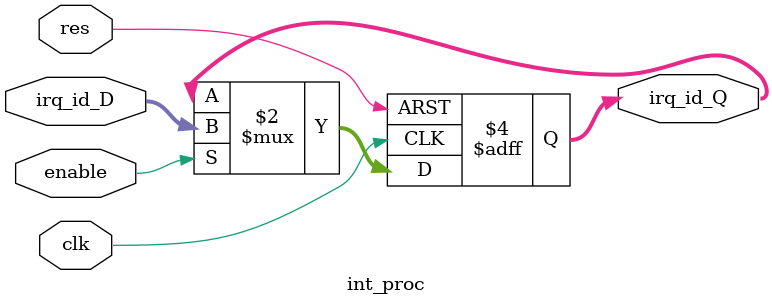
<source format=v>
`timescale 1ns / 1ps


module int_proc(
    input clk,
    input res,
    input enable,
    input  [4:0] irq_id_D,
    output [4:0] irq_id_Q
);
    
    reg [4:0] irq_id_Q;
    always @ (posedge clk, posedge res) begin
        if (res) begin
            irq_id_Q <= 5'b00000;
        end else if (enable) begin
            irq_id_Q <= irq_id_D;
        end
    end
endmodule

</source>
